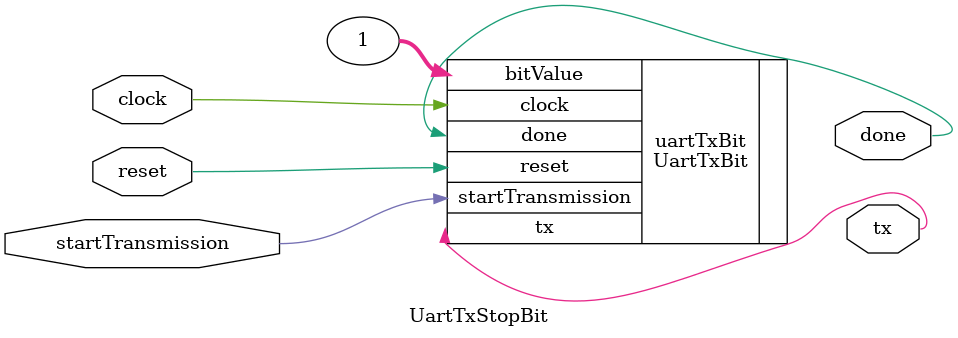
<source format=v>
module UartTxStopBit
	#(parameter ClockFrequency = 1000000,
	  parameter BaudRate = 9600)
	(input reset,
     input clock,
	 input startTransmission,
	 output done,
     output tx);
	
	UartTxBit#(
	.ClockFrequency(ClockFrequency),
	.BaudRate(BaudRate),
	.BitLength(1))
	uartTxBit(
		.reset(reset),
		.clock(clock),
		.startTransmission(startTransmission),
		.bitValue(1),
		.done(done),
		.tx(tx)
	);
endmodule

</source>
